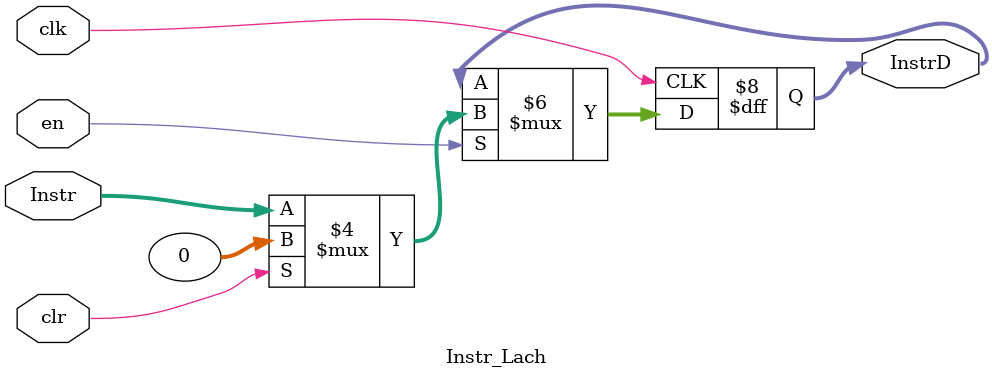
<source format=v>
`timescale 1ns / 1ps
module Instr_Lach(
	input wire clk,
	input wire en,
	input wire clr,
	input wire [31:0] Instr,
	output reg [31:0] InstrD
    );

always@(posedge clk)
begin
	if(en == 1)
	begin
		if(clr)
		begin
			InstrD <= 0;
		end
		else
		begin
			InstrD <= Instr;
		end
	end
end


endmodule

</source>
